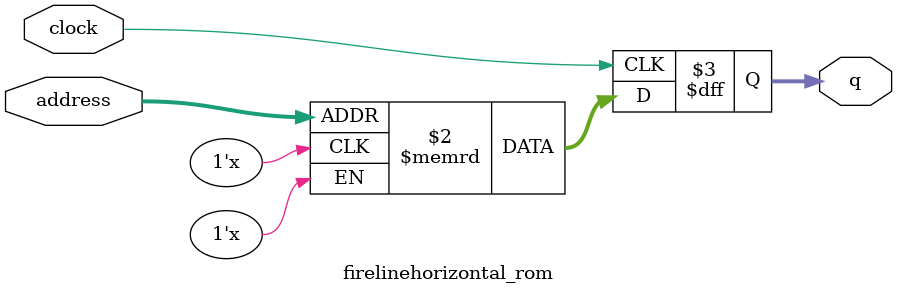
<source format=sv>
module firelinehorizontal_rom (
	input logic clock,
	input logic [11:0] address,
	output logic [1:0] q
);

logic [1:0] memory [0:2703] /* synthesis ram_init_file = "./firelinehorizontal/firelinehorizontal.mif" */;

always_ff @ (posedge clock) begin
	q <= memory[address];
end

endmodule

</source>
